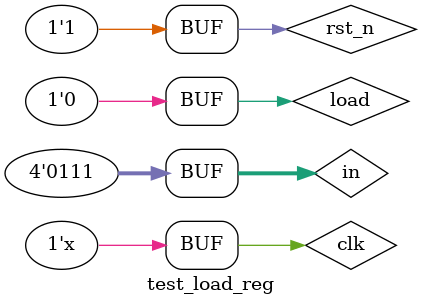
<source format=v>
module test_load_reg;

    wire [3:0] out;
    reg [3:0] in;
    reg load;
    reg clk;
    reg rst_n;
    
    load_reg U0 (out, in, load, clk, rst_n);
    
    always 
        #10 clk = ~clk;
    
    initial
    begin
        clk = 1'd0; rst_n = 1'd1;
        #10 rst_n = 1'd0;
        #10 rst_n = 1'd1; load = 1'd1; in = 4'd1;
        #10 rst_n = 1'd1; load = 1'd1; in = 4'd3;
        #10 rst_n = 1'd1; load = 1'd0; in = 4'd7;
        #10 rst_n = 1'd1; load = 1'd0; in = 4'd3;
        #10 rst_n = 1'd1; load = 1'd0; in = 4'd2;
        #10 rst_n = 1'd1; load = 1'd1; in = 4'd7;
        #10 rst_n = 1'd1; load = 1'd0; in = 4'd2;
        #10 rst_n = 1'd1; load = 1'd1; in = 4'd0;
        #10 rst_n = 1'd1; load = 1'd0; in = 4'd1;
        #10 rst_n = 1'd1; load = 1'd0; in = 4'd8;
        #10 rst_n = 1'd1; load = 1'd0; in = 4'd0;
        #10 rst_n = 1'd1; load = 1'd1; in = 4'd4;
        #10 rst_n = 1'd1; load = 1'd0; in = 4'd2;
        #10 rst_n = 1'd1; load = 1'd0; in = 4'd7;
    end
    
endmodule
</source>
